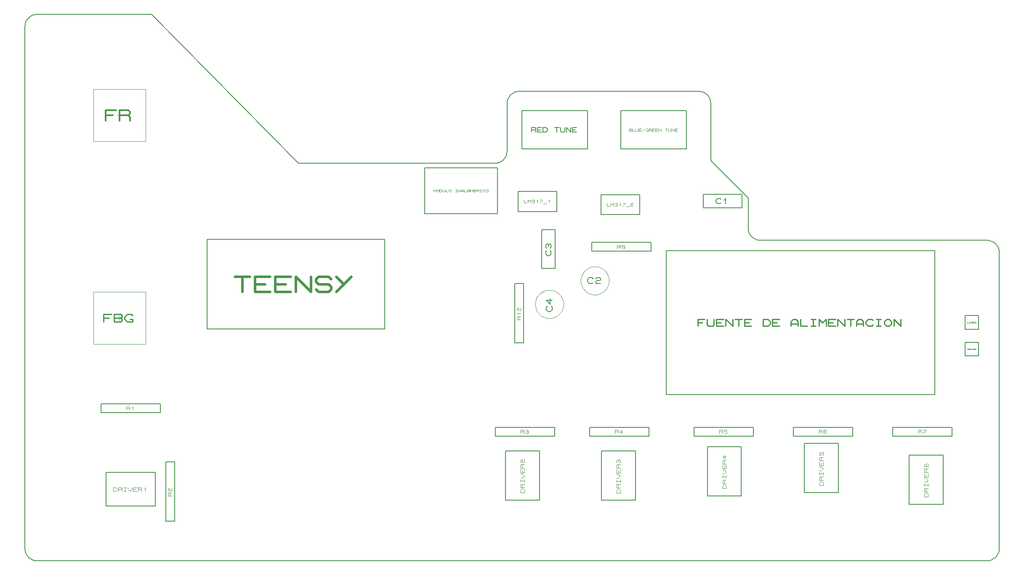
<source format=gbr>
G04 PROTEUS GERBER X2 FILE*
%TF.GenerationSoftware,Labcenter,Proteus,8.6-SP2-Build23525*%
%TF.CreationDate,2023-01-29T17:34:11+00:00*%
%TF.FileFunction,AssemblyDrawing,Top*%
%TF.FilePolarity,Positive*%
%TF.Part,Single*%
%FSLAX45Y45*%
%MOMM*%
G01*
%TA.AperFunction,Material*%
%ADD27C,0.203200*%
%ADD45C,0.510900*%
%ADD46C,0.050000*%
%ADD47C,0.263750*%
%ADD48C,0.351660*%
%ADD49C,0.123790*%
%ADD50C,0.106680*%
%ADD51C,0.097790*%
%ADD52C,0.045720*%
%ADD53C,0.039180*%
%ADD54C,0.234790*%
%ADD55C,0.077380*%
%ADD56C,0.146700*%
%ADD57C,0.164590*%
%ADD58C,0.050800*%
%ADD59C,0.191010*%
%ADD60C,0.082520*%
%TA.AperFunction,Profile*%
%ADD25C,0.203200*%
%TD.AperFunction*%
D27*
X-7089160Y-2531160D02*
X-3512840Y-2531160D01*
X-3512840Y-732840D01*
X-7089160Y-732840D01*
X-7089160Y-2531160D01*
D45*
X-6527163Y-1478730D02*
X-6220623Y-1478730D01*
X-6373893Y-1478730D02*
X-6373893Y-1785271D01*
X-5811902Y-1785271D02*
X-6118442Y-1785271D01*
X-6118442Y-1478730D01*
X-5811902Y-1478730D01*
X-6118442Y-1632000D02*
X-5914082Y-1632000D01*
X-5403181Y-1785271D02*
X-5709721Y-1785271D01*
X-5709721Y-1478730D01*
X-5403181Y-1478730D01*
X-5709721Y-1632000D02*
X-5505361Y-1632000D01*
X-5301000Y-1785271D02*
X-5301000Y-1478730D01*
X-4994460Y-1785271D01*
X-4994460Y-1478730D01*
X-4892279Y-1734181D02*
X-4841189Y-1785271D01*
X-4636829Y-1785271D01*
X-4585739Y-1734181D01*
X-4585739Y-1683091D01*
X-4636829Y-1632000D01*
X-4841189Y-1632000D01*
X-4892279Y-1580910D01*
X-4892279Y-1529820D01*
X-4841189Y-1478730D01*
X-4636829Y-1478730D01*
X-4585739Y-1529820D01*
X-4177018Y-1478730D02*
X-4483558Y-1785271D01*
X-4483558Y-1478730D02*
X-4330288Y-1632000D01*
D46*
X-9372700Y-2837140D02*
X-8322700Y-2837140D01*
X-8322700Y-1787140D01*
X-9372700Y-1787140D01*
X-9372700Y-2837140D01*
X-8847700Y-2262140D02*
X-8847700Y-2362140D01*
X-8797700Y-2312140D02*
X-8897700Y-2312140D01*
D47*
X-9164200Y-2391265D02*
X-9164200Y-2233015D01*
X-9005950Y-2233015D01*
X-9164200Y-2312140D02*
X-9058700Y-2312140D01*
X-8953200Y-2391265D02*
X-8953200Y-2233015D01*
X-8821325Y-2233015D01*
X-8794950Y-2259390D01*
X-8794950Y-2285765D01*
X-8821325Y-2312140D01*
X-8794950Y-2338515D01*
X-8794950Y-2364890D01*
X-8821325Y-2391265D01*
X-8953200Y-2391265D01*
X-8953200Y-2312140D02*
X-8821325Y-2312140D01*
X-8636700Y-2338515D02*
X-8583950Y-2338515D01*
X-8583950Y-2391265D01*
X-8689450Y-2391265D01*
X-8742200Y-2338515D01*
X-8742200Y-2285765D01*
X-8689450Y-2233015D01*
X-8610325Y-2233015D01*
X-8583950Y-2259390D01*
D46*
X-9370000Y+1240000D02*
X-8320000Y+1240000D01*
X-8320000Y+2290000D01*
X-9370000Y+2290000D01*
X-9370000Y+1240000D01*
X-8845000Y+1815000D02*
X-8845000Y+1715000D01*
X-8795000Y+1765000D02*
X-8895000Y+1765000D01*
D48*
X-9126332Y+1659500D02*
X-9126332Y+1870499D01*
X-8915333Y+1870499D01*
X-9126332Y+1765000D02*
X-8985666Y+1765000D01*
X-8845000Y+1659500D02*
X-8845000Y+1870499D01*
X-8669168Y+1870499D01*
X-8634001Y+1835333D01*
X-8634001Y+1800166D01*
X-8669168Y+1765000D01*
X-8845000Y+1765000D01*
X-8669168Y+1765000D02*
X-8634001Y+1729833D01*
X-8634001Y+1659500D01*
D27*
X-9120160Y-6100800D02*
X-8129840Y-6100800D01*
X-8129840Y-5419200D01*
X-9120160Y-5419200D01*
X-9120160Y-6100800D01*
D49*
X-8971612Y-5797137D02*
X-8971612Y-5722863D01*
X-8922096Y-5722863D01*
X-8897338Y-5747621D01*
X-8897338Y-5772379D01*
X-8922096Y-5797137D01*
X-8971612Y-5797137D01*
X-8872580Y-5797137D02*
X-8872580Y-5722863D01*
X-8810685Y-5722863D01*
X-8798306Y-5735242D01*
X-8798306Y-5747621D01*
X-8810685Y-5760000D01*
X-8872580Y-5760000D01*
X-8810685Y-5760000D02*
X-8798306Y-5772379D01*
X-8798306Y-5797137D01*
X-8761169Y-5722863D02*
X-8711653Y-5722863D01*
X-8736411Y-5722863D02*
X-8736411Y-5797137D01*
X-8761169Y-5797137D02*
X-8711653Y-5797137D01*
X-8674516Y-5722863D02*
X-8674516Y-5760000D01*
X-8637379Y-5797137D01*
X-8600242Y-5760000D01*
X-8600242Y-5722863D01*
X-8501210Y-5797137D02*
X-8575484Y-5797137D01*
X-8575484Y-5722863D01*
X-8501210Y-5722863D01*
X-8575484Y-5760000D02*
X-8525968Y-5760000D01*
X-8476452Y-5797137D02*
X-8476452Y-5722863D01*
X-8414557Y-5722863D01*
X-8402178Y-5735242D01*
X-8402178Y-5747621D01*
X-8414557Y-5760000D01*
X-8476452Y-5760000D01*
X-8414557Y-5760000D02*
X-8402178Y-5772379D01*
X-8402178Y-5797137D01*
X-8352662Y-5747621D02*
X-8327904Y-5722863D01*
X-8327904Y-5797137D01*
D27*
X-1080800Y-5975160D02*
X-399200Y-5975160D01*
X-399200Y-4984840D01*
X-1080800Y-4984840D01*
X-1080800Y-5975160D01*
D49*
X-702863Y-5826612D02*
X-777137Y-5826612D01*
X-777137Y-5777096D01*
X-752379Y-5752338D01*
X-727621Y-5752338D01*
X-702863Y-5777096D01*
X-702863Y-5826612D01*
X-702863Y-5727580D02*
X-777137Y-5727580D01*
X-777137Y-5665685D01*
X-764758Y-5653306D01*
X-752379Y-5653306D01*
X-740000Y-5665685D01*
X-740000Y-5727580D01*
X-740000Y-5665685D02*
X-727621Y-5653306D01*
X-702863Y-5653306D01*
X-777137Y-5616169D02*
X-777137Y-5566653D01*
X-777137Y-5591411D02*
X-702863Y-5591411D01*
X-702863Y-5616169D02*
X-702863Y-5566653D01*
X-777137Y-5529516D02*
X-740000Y-5529516D01*
X-702863Y-5492379D01*
X-740000Y-5455242D01*
X-777137Y-5455242D01*
X-702863Y-5356210D02*
X-702863Y-5430484D01*
X-777137Y-5430484D01*
X-777137Y-5356210D01*
X-740000Y-5430484D02*
X-740000Y-5380968D01*
X-702863Y-5331452D02*
X-777137Y-5331452D01*
X-777137Y-5269557D01*
X-764758Y-5257178D01*
X-752379Y-5257178D01*
X-740000Y-5269557D01*
X-740000Y-5331452D01*
X-740000Y-5269557D02*
X-727621Y-5257178D01*
X-702863Y-5257178D01*
X-764758Y-5220041D02*
X-777137Y-5207662D01*
X-777137Y-5170525D01*
X-764758Y-5158146D01*
X-752379Y-5158146D01*
X-740000Y-5170525D01*
X-740000Y-5207662D01*
X-727621Y-5220041D01*
X-702863Y-5220041D01*
X-702863Y-5158146D01*
D27*
X+849200Y-5980160D02*
X+1530800Y-5980160D01*
X+1530800Y-4989840D01*
X+849200Y-4989840D01*
X+849200Y-5980160D01*
D49*
X+1227137Y-5831612D02*
X+1152863Y-5831612D01*
X+1152863Y-5782096D01*
X+1177621Y-5757338D01*
X+1202379Y-5757338D01*
X+1227137Y-5782096D01*
X+1227137Y-5831612D01*
X+1227137Y-5732580D02*
X+1152863Y-5732580D01*
X+1152863Y-5670685D01*
X+1165242Y-5658306D01*
X+1177621Y-5658306D01*
X+1190000Y-5670685D01*
X+1190000Y-5732580D01*
X+1190000Y-5670685D02*
X+1202379Y-5658306D01*
X+1227137Y-5658306D01*
X+1152863Y-5621169D02*
X+1152863Y-5571653D01*
X+1152863Y-5596411D02*
X+1227137Y-5596411D01*
X+1227137Y-5621169D02*
X+1227137Y-5571653D01*
X+1152863Y-5534516D02*
X+1190000Y-5534516D01*
X+1227137Y-5497379D01*
X+1190000Y-5460242D01*
X+1152863Y-5460242D01*
X+1227137Y-5361210D02*
X+1227137Y-5435484D01*
X+1152863Y-5435484D01*
X+1152863Y-5361210D01*
X+1190000Y-5435484D02*
X+1190000Y-5385968D01*
X+1227137Y-5336452D02*
X+1152863Y-5336452D01*
X+1152863Y-5274557D01*
X+1165242Y-5262178D01*
X+1177621Y-5262178D01*
X+1190000Y-5274557D01*
X+1190000Y-5336452D01*
X+1190000Y-5274557D02*
X+1202379Y-5262178D01*
X+1227137Y-5262178D01*
X+1165242Y-5225041D02*
X+1152863Y-5212662D01*
X+1152863Y-5175525D01*
X+1165242Y-5163146D01*
X+1177621Y-5163146D01*
X+1190000Y-5175525D01*
X+1202379Y-5163146D01*
X+1214758Y-5163146D01*
X+1227137Y-5175525D01*
X+1227137Y-5212662D01*
X+1214758Y-5225041D01*
X+1190000Y-5200283D02*
X+1190000Y-5175525D01*
D27*
X+2979200Y-5890160D02*
X+3660800Y-5890160D01*
X+3660800Y-4899840D01*
X+2979200Y-4899840D01*
X+2979200Y-5890160D01*
D49*
X+3357137Y-5741612D02*
X+3282863Y-5741612D01*
X+3282863Y-5692096D01*
X+3307621Y-5667338D01*
X+3332379Y-5667338D01*
X+3357137Y-5692096D01*
X+3357137Y-5741612D01*
X+3357137Y-5642580D02*
X+3282863Y-5642580D01*
X+3282863Y-5580685D01*
X+3295242Y-5568306D01*
X+3307621Y-5568306D01*
X+3320000Y-5580685D01*
X+3320000Y-5642580D01*
X+3320000Y-5580685D02*
X+3332379Y-5568306D01*
X+3357137Y-5568306D01*
X+3282863Y-5531169D02*
X+3282863Y-5481653D01*
X+3282863Y-5506411D02*
X+3357137Y-5506411D01*
X+3357137Y-5531169D02*
X+3357137Y-5481653D01*
X+3282863Y-5444516D02*
X+3320000Y-5444516D01*
X+3357137Y-5407379D01*
X+3320000Y-5370242D01*
X+3282863Y-5370242D01*
X+3357137Y-5271210D02*
X+3357137Y-5345484D01*
X+3282863Y-5345484D01*
X+3282863Y-5271210D01*
X+3320000Y-5345484D02*
X+3320000Y-5295968D01*
X+3357137Y-5246452D02*
X+3282863Y-5246452D01*
X+3282863Y-5184557D01*
X+3295242Y-5172178D01*
X+3307621Y-5172178D01*
X+3320000Y-5184557D01*
X+3320000Y-5246452D01*
X+3320000Y-5184557D02*
X+3332379Y-5172178D01*
X+3357137Y-5172178D01*
X+3332379Y-5073146D02*
X+3332379Y-5147420D01*
X+3282863Y-5097904D01*
X+3357137Y-5097904D01*
D27*
X+4929200Y-5830160D02*
X+5610800Y-5830160D01*
X+5610800Y-4839840D01*
X+4929200Y-4839840D01*
X+4929200Y-5830160D01*
D49*
X+5307137Y-5681612D02*
X+5232863Y-5681612D01*
X+5232863Y-5632096D01*
X+5257621Y-5607338D01*
X+5282379Y-5607338D01*
X+5307137Y-5632096D01*
X+5307137Y-5681612D01*
X+5307137Y-5582580D02*
X+5232863Y-5582580D01*
X+5232863Y-5520685D01*
X+5245242Y-5508306D01*
X+5257621Y-5508306D01*
X+5270000Y-5520685D01*
X+5270000Y-5582580D01*
X+5270000Y-5520685D02*
X+5282379Y-5508306D01*
X+5307137Y-5508306D01*
X+5232863Y-5471169D02*
X+5232863Y-5421653D01*
X+5232863Y-5446411D02*
X+5307137Y-5446411D01*
X+5307137Y-5471169D02*
X+5307137Y-5421653D01*
X+5232863Y-5384516D02*
X+5270000Y-5384516D01*
X+5307137Y-5347379D01*
X+5270000Y-5310242D01*
X+5232863Y-5310242D01*
X+5307137Y-5211210D02*
X+5307137Y-5285484D01*
X+5232863Y-5285484D01*
X+5232863Y-5211210D01*
X+5270000Y-5285484D02*
X+5270000Y-5235968D01*
X+5307137Y-5186452D02*
X+5232863Y-5186452D01*
X+5232863Y-5124557D01*
X+5245242Y-5112178D01*
X+5257621Y-5112178D01*
X+5270000Y-5124557D01*
X+5270000Y-5186452D01*
X+5270000Y-5124557D02*
X+5282379Y-5112178D01*
X+5307137Y-5112178D01*
X+5232863Y-5013146D02*
X+5232863Y-5075041D01*
X+5257621Y-5075041D01*
X+5257621Y-5025525D01*
X+5270000Y-5013146D01*
X+5294758Y-5013146D01*
X+5307137Y-5025525D01*
X+5307137Y-5062662D01*
X+5294758Y-5075041D01*
D27*
X+7039200Y-6060160D02*
X+7720800Y-6060160D01*
X+7720800Y-5069840D01*
X+7039200Y-5069840D01*
X+7039200Y-6060160D01*
D49*
X+7417137Y-5911612D02*
X+7342863Y-5911612D01*
X+7342863Y-5862096D01*
X+7367621Y-5837338D01*
X+7392379Y-5837338D01*
X+7417137Y-5862096D01*
X+7417137Y-5911612D01*
X+7417137Y-5812580D02*
X+7342863Y-5812580D01*
X+7342863Y-5750685D01*
X+7355242Y-5738306D01*
X+7367621Y-5738306D01*
X+7380000Y-5750685D01*
X+7380000Y-5812580D01*
X+7380000Y-5750685D02*
X+7392379Y-5738306D01*
X+7417137Y-5738306D01*
X+7342863Y-5701169D02*
X+7342863Y-5651653D01*
X+7342863Y-5676411D02*
X+7417137Y-5676411D01*
X+7417137Y-5701169D02*
X+7417137Y-5651653D01*
X+7342863Y-5614516D02*
X+7380000Y-5614516D01*
X+7417137Y-5577379D01*
X+7380000Y-5540242D01*
X+7342863Y-5540242D01*
X+7417137Y-5441210D02*
X+7417137Y-5515484D01*
X+7342863Y-5515484D01*
X+7342863Y-5441210D01*
X+7380000Y-5515484D02*
X+7380000Y-5465968D01*
X+7417137Y-5416452D02*
X+7342863Y-5416452D01*
X+7342863Y-5354557D01*
X+7355242Y-5342178D01*
X+7367621Y-5342178D01*
X+7380000Y-5354557D01*
X+7380000Y-5416452D01*
X+7380000Y-5354557D02*
X+7392379Y-5342178D01*
X+7417137Y-5342178D01*
X+7355242Y-5243146D02*
X+7342863Y-5255525D01*
X+7342863Y-5292662D01*
X+7355242Y-5305041D01*
X+7404758Y-5305041D01*
X+7417137Y-5292662D01*
X+7417137Y-5255525D01*
X+7404758Y-5243146D01*
X+7392379Y-5243146D01*
X+7380000Y-5255525D01*
X+7380000Y-5305041D01*
D27*
X-9218900Y-4218900D02*
X-8025100Y-4218900D01*
X-8025100Y-4041100D01*
X-9218900Y-4041100D01*
X-9218900Y-4218900D01*
D50*
X-8707344Y-4162004D02*
X-8707344Y-4097996D01*
X-8654004Y-4097996D01*
X-8643336Y-4108664D01*
X-8643336Y-4119332D01*
X-8654004Y-4130000D01*
X-8707344Y-4130000D01*
X-8654004Y-4130000D02*
X-8643336Y-4140668D01*
X-8643336Y-4162004D01*
X-8600664Y-4119332D02*
X-8579328Y-4097996D01*
X-8579328Y-4162004D01*
D27*
X-7918900Y-6403284D02*
X-7741100Y-6403284D01*
X-7741100Y-5209484D01*
X-7918900Y-5209484D01*
X-7918900Y-6403284D01*
D50*
X-7797996Y-5891728D02*
X-7862004Y-5891728D01*
X-7862004Y-5838388D01*
X-7851336Y-5827720D01*
X-7840668Y-5827720D01*
X-7830000Y-5838388D01*
X-7830000Y-5891728D01*
X-7830000Y-5838388D02*
X-7819332Y-5827720D01*
X-7797996Y-5827720D01*
X-7851336Y-5795716D02*
X-7862004Y-5785048D01*
X-7862004Y-5753044D01*
X-7851336Y-5742376D01*
X-7840668Y-5742376D01*
X-7830000Y-5753044D01*
X-7830000Y-5785048D01*
X-7819332Y-5795716D01*
X-7797996Y-5795716D01*
X-7797996Y-5742376D01*
D27*
X-1288900Y-4688900D02*
X-95100Y-4688900D01*
X-95100Y-4511100D01*
X-1288900Y-4511100D01*
X-1288900Y-4688900D01*
D50*
X-777344Y-4632004D02*
X-777344Y-4567996D01*
X-724004Y-4567996D01*
X-713336Y-4578664D01*
X-713336Y-4589332D01*
X-724004Y-4600000D01*
X-777344Y-4600000D01*
X-724004Y-4600000D02*
X-713336Y-4610668D01*
X-713336Y-4632004D01*
X-681332Y-4578664D02*
X-670664Y-4567996D01*
X-638660Y-4567996D01*
X-627992Y-4578664D01*
X-627992Y-4589332D01*
X-638660Y-4600000D01*
X-627992Y-4610668D01*
X-627992Y-4621336D01*
X-638660Y-4632004D01*
X-670664Y-4632004D01*
X-681332Y-4621336D01*
X-659996Y-4600000D02*
X-638660Y-4600000D01*
D27*
X+611100Y-4688900D02*
X+1804900Y-4688900D01*
X+1804900Y-4511100D01*
X+611100Y-4511100D01*
X+611100Y-4688900D01*
D50*
X+1122656Y-4632004D02*
X+1122656Y-4567996D01*
X+1175996Y-4567996D01*
X+1186664Y-4578664D01*
X+1186664Y-4589332D01*
X+1175996Y-4600000D01*
X+1122656Y-4600000D01*
X+1175996Y-4600000D02*
X+1186664Y-4610668D01*
X+1186664Y-4632004D01*
X+1272008Y-4610668D02*
X+1208000Y-4610668D01*
X+1250672Y-4567996D01*
X+1250672Y-4632004D01*
D27*
X+2711100Y-4688900D02*
X+3904900Y-4688900D01*
X+3904900Y-4511100D01*
X+2711100Y-4511100D01*
X+2711100Y-4688900D01*
D50*
X+3222656Y-4632004D02*
X+3222656Y-4567996D01*
X+3275996Y-4567996D01*
X+3286664Y-4578664D01*
X+3286664Y-4589332D01*
X+3275996Y-4600000D01*
X+3222656Y-4600000D01*
X+3275996Y-4600000D02*
X+3286664Y-4610668D01*
X+3286664Y-4632004D01*
X+3372008Y-4567996D02*
X+3318668Y-4567996D01*
X+3318668Y-4589332D01*
X+3361340Y-4589332D01*
X+3372008Y-4600000D01*
X+3372008Y-4621336D01*
X+3361340Y-4632004D01*
X+3329336Y-4632004D01*
X+3318668Y-4621336D01*
D27*
X+4711100Y-4688900D02*
X+5904900Y-4688900D01*
X+5904900Y-4511100D01*
X+4711100Y-4511100D01*
X+4711100Y-4688900D01*
D50*
X+5222656Y-4632004D02*
X+5222656Y-4567996D01*
X+5275996Y-4567996D01*
X+5286664Y-4578664D01*
X+5286664Y-4589332D01*
X+5275996Y-4600000D01*
X+5222656Y-4600000D01*
X+5275996Y-4600000D02*
X+5286664Y-4610668D01*
X+5286664Y-4632004D01*
X+5372008Y-4578664D02*
X+5361340Y-4567996D01*
X+5329336Y-4567996D01*
X+5318668Y-4578664D01*
X+5318668Y-4621336D01*
X+5329336Y-4632004D01*
X+5361340Y-4632004D01*
X+5372008Y-4621336D01*
X+5372008Y-4610668D01*
X+5361340Y-4600000D01*
X+5318668Y-4600000D01*
D27*
X+6711100Y-4688900D02*
X+7904900Y-4688900D01*
X+7904900Y-4511100D01*
X+6711100Y-4511100D01*
X+6711100Y-4688900D01*
D50*
X+7222656Y-4632004D02*
X+7222656Y-4567996D01*
X+7275996Y-4567996D01*
X+7286664Y-4578664D01*
X+7286664Y-4589332D01*
X+7275996Y-4600000D01*
X+7222656Y-4600000D01*
X+7275996Y-4600000D02*
X+7286664Y-4610668D01*
X+7286664Y-4632004D01*
X+7318668Y-4567996D02*
X+7372008Y-4567996D01*
X+7372008Y-4578664D01*
X+7318668Y-4632004D01*
D27*
X-831160Y-167160D02*
X-48840Y-167160D01*
X-48840Y+234160D01*
X-831160Y+234160D01*
X-831160Y-167160D01*
D51*
X-713812Y+62837D02*
X-713812Y+4163D01*
X-655138Y+4163D01*
X-635580Y+4163D02*
X-635580Y+62837D01*
X-606243Y+33500D01*
X-576906Y+62837D01*
X-576906Y+4163D01*
X-547569Y+53058D02*
X-537790Y+62837D01*
X-508453Y+62837D01*
X-498674Y+53058D01*
X-498674Y+43279D01*
X-508453Y+33500D01*
X-498674Y+23721D01*
X-498674Y+13942D01*
X-508453Y+4163D01*
X-537790Y+4163D01*
X-547569Y+13942D01*
X-528011Y+33500D02*
X-508453Y+33500D01*
X-459558Y+43279D02*
X-440000Y+62837D01*
X-440000Y+4163D01*
X-391105Y+62837D02*
X-342210Y+62837D01*
X-342210Y+53058D01*
X-391105Y+4163D01*
X-322652Y-5616D02*
X-263978Y-5616D01*
X-224862Y+43279D02*
X-205304Y+62837D01*
X-205304Y+4163D01*
D27*
X+838186Y-230506D02*
X+1620506Y-230506D01*
X+1620506Y+170814D01*
X+838186Y+170814D01*
X+838186Y-230506D01*
D51*
X+955534Y-509D02*
X+955534Y-59183D01*
X+1014208Y-59183D01*
X+1033766Y-59183D02*
X+1033766Y-509D01*
X+1063103Y-29846D01*
X+1092440Y-509D01*
X+1092440Y-59183D01*
X+1121777Y-10288D02*
X+1131556Y-509D01*
X+1160893Y-509D01*
X+1170672Y-10288D01*
X+1170672Y-20067D01*
X+1160893Y-29846D01*
X+1170672Y-39625D01*
X+1170672Y-49404D01*
X+1160893Y-59183D01*
X+1131556Y-59183D01*
X+1121777Y-49404D01*
X+1141335Y-29846D02*
X+1160893Y-29846D01*
X+1209788Y-20067D02*
X+1229346Y-509D01*
X+1229346Y-59183D01*
X+1278241Y-509D02*
X+1327136Y-509D01*
X+1327136Y-10288D01*
X+1278241Y-59183D01*
X+1346694Y-68962D02*
X+1405368Y-68962D01*
X+1434705Y-10288D02*
X+1444484Y-509D01*
X+1473821Y-509D01*
X+1483600Y-10288D01*
X+1483600Y-20067D01*
X+1473821Y-29846D01*
X+1444484Y-29846D01*
X+1434705Y-39625D01*
X+1434705Y-59183D01*
X+1483600Y-59183D01*
D27*
X-899554Y-2812246D02*
X-721754Y-2812246D01*
X-721754Y-1618446D01*
X-899554Y-1618446D01*
X-899554Y-2812246D01*
D50*
X-778650Y-2343362D02*
X-842658Y-2343362D01*
X-842658Y-2290022D01*
X-831990Y-2279354D01*
X-821322Y-2279354D01*
X-810654Y-2290022D01*
X-810654Y-2343362D01*
X-810654Y-2290022D02*
X-799986Y-2279354D01*
X-778650Y-2279354D01*
X-821322Y-2236682D02*
X-842658Y-2215346D01*
X-778650Y-2215346D01*
X-831990Y-2162006D02*
X-842658Y-2151338D01*
X-842658Y-2119334D01*
X-831990Y-2108666D01*
X-821322Y-2108666D01*
X-810654Y-2119334D01*
X-810654Y-2151338D01*
X-799986Y-2162006D01*
X-778650Y-2162006D01*
X-778650Y-2108666D01*
D27*
X+8162840Y-2537160D02*
X+8437160Y-2537160D01*
X+8437160Y-2262840D01*
X+8162840Y-2262840D01*
X+8162840Y-2537160D01*
D52*
X+8208560Y-2386284D02*
X+8208560Y-2413716D01*
X+8235992Y-2413716D01*
X+8249708Y-2386284D02*
X+8267996Y-2386284D01*
X+8258852Y-2386284D02*
X+8258852Y-2413716D01*
X+8249708Y-2413716D02*
X+8267996Y-2413716D01*
X+8281712Y-2413716D02*
X+8281712Y-2386284D01*
X+8309144Y-2413716D01*
X+8309144Y-2386284D01*
X+8345720Y-2413716D02*
X+8318288Y-2413716D01*
X+8318288Y-2386284D01*
X+8345720Y-2386284D01*
X+8318288Y-2400000D02*
X+8336576Y-2400000D01*
X+8354864Y-2413716D02*
X+8354864Y-2395428D01*
X+8364008Y-2386284D01*
X+8373152Y-2386284D01*
X+8382296Y-2395428D01*
X+8382296Y-2413716D01*
X+8354864Y-2404572D02*
X+8382296Y-2404572D01*
D27*
X+8162840Y-3075425D02*
X+8437160Y-3075425D01*
X+8437160Y-2801105D01*
X+8162840Y-2801105D01*
X+8162840Y-3075425D01*
D53*
X+8205950Y-2950022D02*
X+8205950Y-2926509D01*
X+8229462Y-2950022D01*
X+8229462Y-2926509D01*
X+8260812Y-2950022D02*
X+8237300Y-2950022D01*
X+8237300Y-2926509D01*
X+8260812Y-2926509D01*
X+8237300Y-2938265D02*
X+8252975Y-2938265D01*
X+8268650Y-2926509D02*
X+8268650Y-2946103D01*
X+8272568Y-2950022D01*
X+8288243Y-2950022D01*
X+8292162Y-2946103D01*
X+8292162Y-2926509D01*
X+8300000Y-2926509D02*
X+8323512Y-2926509D01*
X+8311756Y-2926509D02*
X+8311756Y-2950022D01*
X+8331350Y-2950022D02*
X+8331350Y-2926509D01*
X+8350943Y-2926509D01*
X+8354862Y-2930428D01*
X+8354862Y-2934347D01*
X+8350943Y-2938265D01*
X+8331350Y-2938265D01*
X+8350943Y-2938265D02*
X+8354862Y-2942184D01*
X+8354862Y-2950022D01*
X+8362700Y-2934347D02*
X+8370537Y-2926509D01*
X+8378375Y-2926509D01*
X+8386212Y-2934347D01*
X+8386212Y-2942184D01*
X+8378375Y-2950022D01*
X+8370537Y-2950022D01*
X+8362700Y-2942184D01*
X+8362700Y-2934347D01*
D27*
X+2149840Y-3850160D02*
X+7550160Y-3850160D01*
X+7550160Y-959840D01*
X+2149840Y-959840D01*
X+2149840Y-3850160D01*
D54*
X+2783804Y-2475439D02*
X+2783804Y-2334562D01*
X+2924681Y-2334562D01*
X+2783804Y-2405000D02*
X+2877722Y-2405000D01*
X+2971640Y-2334562D02*
X+2971640Y-2451960D01*
X+2995119Y-2475439D01*
X+3089037Y-2475439D01*
X+3112517Y-2451960D01*
X+3112517Y-2334562D01*
X+3300353Y-2475439D02*
X+3159476Y-2475439D01*
X+3159476Y-2334562D01*
X+3300353Y-2334562D01*
X+3159476Y-2405000D02*
X+3253394Y-2405000D01*
X+3347312Y-2475439D02*
X+3347312Y-2334562D01*
X+3488189Y-2475439D01*
X+3488189Y-2334562D01*
X+3535148Y-2334562D02*
X+3676025Y-2334562D01*
X+3605586Y-2334562D02*
X+3605586Y-2475439D01*
X+3863861Y-2475439D02*
X+3722984Y-2475439D01*
X+3722984Y-2334562D01*
X+3863861Y-2334562D01*
X+3722984Y-2405000D02*
X+3816902Y-2405000D01*
X+4098656Y-2475439D02*
X+4098656Y-2334562D01*
X+4192574Y-2334562D01*
X+4239533Y-2381521D01*
X+4239533Y-2428480D01*
X+4192574Y-2475439D01*
X+4098656Y-2475439D01*
X+4427369Y-2475439D02*
X+4286492Y-2475439D01*
X+4286492Y-2334562D01*
X+4427369Y-2334562D01*
X+4286492Y-2405000D02*
X+4380410Y-2405000D01*
X+4662164Y-2475439D02*
X+4662164Y-2381521D01*
X+4709123Y-2334562D01*
X+4756082Y-2334562D01*
X+4803041Y-2381521D01*
X+4803041Y-2475439D01*
X+4662164Y-2428480D02*
X+4803041Y-2428480D01*
X+4850000Y-2334562D02*
X+4850000Y-2475439D01*
X+4990877Y-2475439D01*
X+5061315Y-2334562D02*
X+5155233Y-2334562D01*
X+5108274Y-2334562D02*
X+5108274Y-2475439D01*
X+5061315Y-2475439D02*
X+5155233Y-2475439D01*
X+5225672Y-2475439D02*
X+5225672Y-2334562D01*
X+5296110Y-2405000D01*
X+5366549Y-2334562D01*
X+5366549Y-2475439D01*
X+5554385Y-2475439D02*
X+5413508Y-2475439D01*
X+5413508Y-2334562D01*
X+5554385Y-2334562D01*
X+5413508Y-2405000D02*
X+5507426Y-2405000D01*
X+5601344Y-2475439D02*
X+5601344Y-2334562D01*
X+5742221Y-2475439D01*
X+5742221Y-2334562D01*
X+5789180Y-2334562D02*
X+5930057Y-2334562D01*
X+5859618Y-2334562D02*
X+5859618Y-2475439D01*
X+5977016Y-2475439D02*
X+5977016Y-2381521D01*
X+6023975Y-2334562D01*
X+6070934Y-2334562D01*
X+6117893Y-2381521D01*
X+6117893Y-2475439D01*
X+5977016Y-2428480D02*
X+6117893Y-2428480D01*
X+6305729Y-2451960D02*
X+6282249Y-2475439D01*
X+6211811Y-2475439D01*
X+6164852Y-2428480D01*
X+6164852Y-2381521D01*
X+6211811Y-2334562D01*
X+6282249Y-2334562D01*
X+6305729Y-2358041D01*
X+6376167Y-2334562D02*
X+6470085Y-2334562D01*
X+6423126Y-2334562D02*
X+6423126Y-2475439D01*
X+6376167Y-2475439D02*
X+6470085Y-2475439D01*
X+6540524Y-2381521D02*
X+6587483Y-2334562D01*
X+6634442Y-2334562D01*
X+6681401Y-2381521D01*
X+6681401Y-2428480D01*
X+6634442Y-2475439D01*
X+6587483Y-2475439D01*
X+6540524Y-2428480D01*
X+6540524Y-2381521D01*
X+6728360Y-2475439D02*
X+6728360Y-2334562D01*
X+6869237Y-2475439D01*
X+6869237Y-2334562D01*
D27*
X-2710160Y-210160D02*
X-1239840Y-210160D01*
X-1239840Y+710160D01*
X-2710160Y+710160D01*
X-2710160Y-210160D01*
D55*
X-2532172Y+226785D02*
X-2532172Y+273216D01*
X-2508957Y+250000D01*
X-2485741Y+273216D01*
X-2485741Y+226785D01*
X-2470264Y+257739D02*
X-2454787Y+273216D01*
X-2439310Y+273216D01*
X-2423833Y+257739D01*
X-2423833Y+242262D01*
X-2439310Y+226785D01*
X-2454787Y+226785D01*
X-2470264Y+242262D01*
X-2470264Y+257739D01*
X-2408356Y+226785D02*
X-2408356Y+273216D01*
X-2377402Y+273216D01*
X-2361925Y+257739D01*
X-2361925Y+242262D01*
X-2377402Y+226785D01*
X-2408356Y+226785D01*
X-2346448Y+273216D02*
X-2346448Y+234523D01*
X-2338710Y+226785D01*
X-2307756Y+226785D01*
X-2300017Y+234523D01*
X-2300017Y+273216D01*
X-2284540Y+273216D02*
X-2284540Y+226785D01*
X-2238109Y+226785D01*
X-2222632Y+257739D02*
X-2207155Y+273216D01*
X-2191678Y+273216D01*
X-2176201Y+257739D01*
X-2176201Y+242262D01*
X-2191678Y+226785D01*
X-2207155Y+226785D01*
X-2222632Y+242262D01*
X-2222632Y+257739D01*
X-2091078Y+273216D02*
X-2060124Y+273216D01*
X-2075601Y+273216D02*
X-2075601Y+226785D01*
X-2091078Y+226785D02*
X-2060124Y+226785D01*
X-2036908Y+226785D02*
X-2036908Y+273216D01*
X-1990477Y+226785D01*
X-1990477Y+273216D01*
X-1975000Y+226785D02*
X-1975000Y+257739D01*
X-1959523Y+273216D01*
X-1944046Y+273216D01*
X-1928569Y+257739D01*
X-1928569Y+226785D01*
X-1975000Y+242262D02*
X-1928569Y+242262D01*
X-1913092Y+273216D02*
X-1913092Y+226785D01*
X-1866661Y+226785D01*
X-1851184Y+226785D02*
X-1851184Y+257739D01*
X-1835707Y+273216D01*
X-1820230Y+273216D01*
X-1804753Y+257739D01*
X-1804753Y+226785D01*
X-1851184Y+242262D02*
X-1804753Y+242262D01*
X-1789276Y+226785D02*
X-1789276Y+273216D01*
X-1766061Y+250000D01*
X-1742845Y+273216D01*
X-1742845Y+226785D01*
X-1727368Y+226785D02*
X-1727368Y+273216D01*
X-1688676Y+273216D01*
X-1680937Y+265477D01*
X-1680937Y+257739D01*
X-1688676Y+250000D01*
X-1680937Y+242262D01*
X-1680937Y+234523D01*
X-1688676Y+226785D01*
X-1727368Y+226785D01*
X-1727368Y+250000D02*
X-1688676Y+250000D01*
X-1665460Y+226785D02*
X-1665460Y+273216D01*
X-1626768Y+273216D01*
X-1619029Y+265477D01*
X-1619029Y+257739D01*
X-1626768Y+250000D01*
X-1665460Y+250000D01*
X-1626768Y+250000D02*
X-1619029Y+242262D01*
X-1619029Y+226785D01*
X-1595814Y+273216D02*
X-1564860Y+273216D01*
X-1580337Y+273216D02*
X-1580337Y+226785D01*
X-1595814Y+226785D02*
X-1564860Y+226785D01*
X-1495213Y+234523D02*
X-1502952Y+226785D01*
X-1526167Y+226785D01*
X-1541644Y+242262D01*
X-1541644Y+257739D01*
X-1526167Y+273216D01*
X-1502952Y+273216D01*
X-1495213Y+265477D01*
X-1479736Y+257739D02*
X-1464259Y+273216D01*
X-1448782Y+273216D01*
X-1433305Y+257739D01*
X-1433305Y+242262D01*
X-1448782Y+226785D01*
X-1464259Y+226785D01*
X-1479736Y+242262D01*
X-1479736Y+257739D01*
D27*
X-750160Y+1089840D02*
X+570160Y+1089840D01*
X+570160Y+1860160D01*
X-750160Y+1860160D01*
X-750160Y+1089840D01*
D56*
X-559444Y+1430989D02*
X-559444Y+1519010D01*
X-486094Y+1519010D01*
X-471424Y+1504340D01*
X-471424Y+1489670D01*
X-486094Y+1475000D01*
X-559444Y+1475000D01*
X-486094Y+1475000D02*
X-471424Y+1460329D01*
X-471424Y+1430989D01*
X-354063Y+1430989D02*
X-442083Y+1430989D01*
X-442083Y+1519010D01*
X-354063Y+1519010D01*
X-442083Y+1475000D02*
X-383403Y+1475000D01*
X-324722Y+1430989D02*
X-324722Y+1519010D01*
X-266042Y+1519010D01*
X-236702Y+1489670D01*
X-236702Y+1460329D01*
X-266042Y+1430989D01*
X-324722Y+1430989D01*
X-90000Y+1519010D02*
X-1980Y+1519010D01*
X-45990Y+1519010D02*
X-45990Y+1430989D01*
X+27361Y+1519010D02*
X+27361Y+1445659D01*
X+42031Y+1430989D01*
X+100711Y+1430989D01*
X+115381Y+1445659D01*
X+115381Y+1519010D01*
X+144722Y+1430989D02*
X+144722Y+1519010D01*
X+232742Y+1430989D01*
X+232742Y+1519010D01*
X+350103Y+1430989D02*
X+262083Y+1430989D01*
X+262083Y+1519010D01*
X+350103Y+1519010D01*
X+262083Y+1475000D02*
X+320763Y+1475000D01*
D27*
X+2892840Y-97160D02*
X+3675160Y-97160D01*
X+3675160Y+177160D01*
X+2892840Y+177160D01*
X+2892840Y-97160D01*
D57*
X+3251081Y+7081D02*
X+3234622Y-9378D01*
X+3185245Y-9378D01*
X+3152327Y+23540D01*
X+3152327Y+56459D01*
X+3185245Y+89377D01*
X+3234622Y+89377D01*
X+3251081Y+72918D01*
X+3316918Y+56459D02*
X+3349836Y+89377D01*
X+3349836Y-9378D01*
D27*
X-357160Y-1315160D02*
X-82840Y-1315160D01*
X-82840Y-532840D01*
X-357160Y-532840D01*
X-357160Y-1315160D01*
D57*
X-187081Y-956919D02*
X-170622Y-973378D01*
X-170622Y-1022755D01*
X-203540Y-1055673D01*
X-236459Y-1055673D01*
X-269377Y-1022755D01*
X-269377Y-973378D01*
X-252918Y-956919D01*
X-252918Y-907541D02*
X-269377Y-891082D01*
X-269377Y-841705D01*
X-252918Y-825246D01*
X-236459Y-825246D01*
X-220000Y-841705D01*
X-203540Y-825246D01*
X-187081Y-825246D01*
X-170622Y-841705D01*
X-170622Y-891082D01*
X-187081Y-907541D01*
X-220000Y-874623D02*
X-220000Y-841705D01*
D27*
X+651100Y-968900D02*
X+1844900Y-968900D01*
X+1844900Y-791100D01*
X+651100Y-791100D01*
X+651100Y-968900D01*
D50*
X+1162656Y-912004D02*
X+1162656Y-847996D01*
X+1215996Y-847996D01*
X+1226664Y-858664D01*
X+1226664Y-869332D01*
X+1215996Y-880000D01*
X+1162656Y-880000D01*
X+1215996Y-880000D02*
X+1226664Y-890668D01*
X+1226664Y-912004D01*
X+1312008Y-869332D02*
X+1301340Y-880000D01*
X+1269336Y-880000D01*
X+1258668Y-869332D01*
X+1258668Y-858664D01*
X+1269336Y-847996D01*
X+1301340Y-847996D01*
X+1312008Y-858664D01*
X+1312008Y-901336D01*
X+1301340Y-912004D01*
X+1269336Y-912004D01*
D58*
X+83980Y-2033920D02*
X+83062Y-2011106D01*
X+75609Y-1965477D01*
X+60062Y-1919848D01*
X+34820Y-1874219D01*
X-3722Y-1828689D01*
X-49351Y-1793193D01*
X-94980Y-1770073D01*
X-140609Y-1756220D01*
X-186238Y-1750274D01*
X-200000Y-1749940D01*
X-483980Y-2033920D02*
X-483062Y-2011106D01*
X-475609Y-1965477D01*
X-460062Y-1919848D01*
X-434820Y-1874219D01*
X-396278Y-1828689D01*
X-350649Y-1793193D01*
X-305020Y-1770073D01*
X-259391Y-1756220D01*
X-213762Y-1750274D01*
X-200000Y-1749940D01*
X-483980Y-2033920D02*
X-483062Y-2056734D01*
X-475609Y-2102363D01*
X-460062Y-2147992D01*
X-434820Y-2193621D01*
X-396278Y-2239151D01*
X-350649Y-2274647D01*
X-305020Y-2297767D01*
X-259391Y-2311620D01*
X-213762Y-2317566D01*
X-200000Y-2317900D01*
X+83980Y-2033920D02*
X+83062Y-2056734D01*
X+75609Y-2102363D01*
X+60062Y-2147992D01*
X+34820Y-2193621D01*
X-3722Y-2239151D01*
X-49351Y-2274647D01*
X-94980Y-2297767D01*
X-140609Y-2311620D01*
X-186238Y-2317566D01*
X-200000Y-2317900D01*
D59*
X-161797Y-2072123D02*
X-142696Y-2091224D01*
X-142696Y-2148528D01*
X-180899Y-2186730D01*
X-219101Y-2186730D01*
X-257304Y-2148528D01*
X-257304Y-2091224D01*
X-238203Y-2072123D01*
X-180899Y-1919313D02*
X-180899Y-2033920D01*
X-257304Y-1957515D01*
X-142696Y-1957515D01*
D58*
X+1001900Y-1560000D02*
X+1000982Y-1537186D01*
X+993529Y-1491557D01*
X+977982Y-1445928D01*
X+952740Y-1400299D01*
X+914198Y-1354769D01*
X+868569Y-1319273D01*
X+822940Y-1296153D01*
X+777311Y-1282300D01*
X+731682Y-1276354D01*
X+717920Y-1276020D01*
X+433940Y-1560000D02*
X+434858Y-1537186D01*
X+442311Y-1491557D01*
X+457858Y-1445928D01*
X+483100Y-1400299D01*
X+521642Y-1354769D01*
X+567271Y-1319273D01*
X+612900Y-1296153D01*
X+658529Y-1282300D01*
X+704158Y-1276354D01*
X+717920Y-1276020D01*
X+433940Y-1560000D02*
X+434858Y-1582814D01*
X+442311Y-1628443D01*
X+457858Y-1674072D01*
X+483100Y-1719701D01*
X+521642Y-1765231D01*
X+567271Y-1800727D01*
X+612900Y-1823847D01*
X+658529Y-1837700D01*
X+704158Y-1843646D01*
X+717920Y-1843980D01*
X+1001900Y-1560000D02*
X+1000982Y-1582814D01*
X+993529Y-1628443D01*
X+977982Y-1674072D01*
X+952740Y-1719701D01*
X+914198Y-1765231D01*
X+868569Y-1800727D01*
X+822940Y-1823847D01*
X+777311Y-1837700D01*
X+731682Y-1843646D01*
X+717920Y-1843980D01*
D59*
X+679717Y-1598203D02*
X+660616Y-1617304D01*
X+603312Y-1617304D01*
X+565110Y-1579101D01*
X+565110Y-1540899D01*
X+603312Y-1502696D01*
X+660616Y-1502696D01*
X+679717Y-1521797D01*
X+737021Y-1521797D02*
X+756122Y-1502696D01*
X+813426Y-1502696D01*
X+832527Y-1521797D01*
X+832527Y-1540899D01*
X+813426Y-1560000D01*
X+756122Y-1560000D01*
X+737021Y-1579101D01*
X+737021Y-1617304D01*
X+832527Y-1617304D01*
D27*
X+1239840Y+1089840D02*
X+2560160Y+1089840D01*
X+2560160Y+1860160D01*
X+1239840Y+1860160D01*
X+1239840Y+1089840D01*
D60*
X+1404880Y+1450244D02*
X+1404880Y+1499756D01*
X+1446140Y+1499756D01*
X+1454392Y+1491504D01*
X+1454392Y+1483252D01*
X+1446140Y+1475000D01*
X+1454392Y+1466748D01*
X+1454392Y+1458496D01*
X+1446140Y+1450244D01*
X+1404880Y+1450244D01*
X+1404880Y+1475000D02*
X+1446140Y+1475000D01*
X+1470896Y+1499756D02*
X+1470896Y+1450244D01*
X+1520408Y+1450244D01*
X+1536912Y+1499756D02*
X+1536912Y+1458496D01*
X+1545164Y+1450244D01*
X+1578172Y+1450244D01*
X+1586424Y+1458496D01*
X+1586424Y+1499756D01*
X+1652440Y+1450244D02*
X+1602928Y+1450244D01*
X+1602928Y+1499756D01*
X+1652440Y+1499756D01*
X+1602928Y+1475000D02*
X+1635936Y+1475000D01*
X+1718456Y+1499756D02*
X+1668944Y+1450244D01*
X+1767968Y+1466748D02*
X+1784472Y+1466748D01*
X+1784472Y+1450244D01*
X+1751464Y+1450244D01*
X+1734960Y+1466748D01*
X+1734960Y+1483252D01*
X+1751464Y+1499756D01*
X+1776220Y+1499756D01*
X+1784472Y+1491504D01*
X+1800976Y+1450244D02*
X+1800976Y+1499756D01*
X+1842236Y+1499756D01*
X+1850488Y+1491504D01*
X+1850488Y+1483252D01*
X+1842236Y+1475000D01*
X+1800976Y+1475000D01*
X+1842236Y+1475000D02*
X+1850488Y+1466748D01*
X+1850488Y+1450244D01*
X+1916504Y+1450244D02*
X+1866992Y+1450244D01*
X+1866992Y+1499756D01*
X+1916504Y+1499756D01*
X+1866992Y+1475000D02*
X+1900000Y+1475000D01*
X+1982520Y+1450244D02*
X+1933008Y+1450244D01*
X+1933008Y+1499756D01*
X+1982520Y+1499756D01*
X+1933008Y+1475000D02*
X+1966016Y+1475000D01*
X+1999024Y+1450244D02*
X+1999024Y+1499756D01*
X+2048536Y+1450244D01*
X+2048536Y+1499756D01*
X+2131056Y+1499756D02*
X+2180568Y+1499756D01*
X+2155812Y+1499756D02*
X+2155812Y+1450244D01*
X+2197072Y+1499756D02*
X+2197072Y+1458496D01*
X+2205324Y+1450244D01*
X+2238332Y+1450244D01*
X+2246584Y+1458496D01*
X+2246584Y+1499756D01*
X+2263088Y+1450244D02*
X+2263088Y+1499756D01*
X+2312600Y+1450244D01*
X+2312600Y+1499756D01*
X+2378616Y+1450244D02*
X+2329104Y+1450244D01*
X+2329104Y+1499756D01*
X+2378616Y+1499756D01*
X+2329104Y+1475000D02*
X+2362112Y+1475000D01*
D25*
X-10500000Y-7200000D02*
X-10551117Y-7195026D01*
X-10598389Y-7180713D01*
X-10640900Y-7157977D01*
X-10677734Y-7127734D01*
X-10707977Y-7090900D01*
X-10730713Y-7048389D01*
X-10745026Y-7001117D01*
X-10750000Y-6950000D01*
X-10750000Y+3550000D02*
X-10745026Y+3601117D01*
X-10730713Y+3648389D01*
X-10707977Y+3690900D01*
X-10677734Y+3727734D01*
X-10640900Y+3757977D01*
X-10598389Y+3780713D01*
X-10551117Y+3795026D01*
X-10500000Y+3800000D01*
X-5250000Y+800000D02*
X-8200000Y+3800000D01*
X+3800000Y+100000D02*
X+3050000Y+850000D01*
X-1300000Y+800000D02*
X-1248883Y+804974D01*
X-1201611Y+819287D01*
X-1159100Y+842023D01*
X-1122266Y+872266D01*
X-1092023Y+909100D01*
X-1069287Y+951611D01*
X-1054974Y+998883D01*
X-1050000Y+1050000D01*
X-1050000Y+2000000D02*
X-1045026Y+2051117D01*
X-1030713Y+2098389D01*
X-1007977Y+2140900D01*
X-977734Y+2177734D01*
X-940900Y+2207977D01*
X-898389Y+2230713D01*
X-851117Y+2245026D01*
X-800000Y+2250000D01*
X+2800000Y+2250000D02*
X+2851117Y+2245026D01*
X+2898389Y+2230713D01*
X+2940900Y+2207977D01*
X+2977734Y+2177734D01*
X+3007977Y+2140900D01*
X+3030713Y+2098389D01*
X+3045026Y+2051117D01*
X+3050000Y+2000000D01*
X+4050000Y-750000D02*
X+3998883Y-745026D01*
X+3951611Y-730713D01*
X+3909100Y-707977D01*
X+3872266Y-677734D01*
X+3842023Y-640900D01*
X+3819287Y-598389D01*
X+3804974Y-551117D01*
X+3800000Y-500000D01*
X+8600000Y-750000D02*
X+8651117Y-754974D01*
X+8698389Y-769287D01*
X+8740900Y-792023D01*
X+8777734Y-822266D01*
X+8807977Y-859100D01*
X+8830713Y-901611D01*
X+8845026Y-948883D01*
X+8850000Y-1000000D01*
X+8600000Y-7200000D02*
X+8651117Y-7195026D01*
X+8698389Y-7180713D01*
X+8740900Y-7157977D01*
X+8777734Y-7127734D01*
X+8807977Y-7090900D01*
X+8830713Y-7048389D01*
X+8845026Y-7001117D01*
X+8850000Y-6950000D01*
X-800000Y+2250000D02*
X+2800000Y+2250000D01*
X-1050000Y+2000000D02*
X-1050000Y+1050000D01*
X-1300000Y+800000D02*
X-5250000Y+800000D01*
X+3050000Y+850000D02*
X+3050000Y+2000000D01*
X+3800000Y-500000D02*
X+3800000Y+100000D01*
X+4050000Y-750000D02*
X+8600000Y-750000D01*
X+8850000Y-6950000D02*
X+8850000Y-1000000D01*
X+8600000Y-7200000D02*
X-10500000Y-7200000D01*
X-10750000Y-6950000D02*
X-10750000Y+3550000D01*
X-10500000Y+3800000D02*
X-8200000Y+3800000D01*
M02*

</source>
